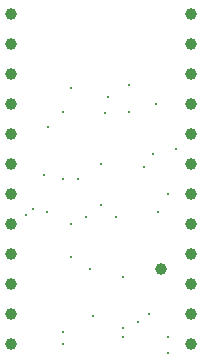
<source format=gbr>
%TF.GenerationSoftware,KiCad,Pcbnew,5.1.5+dfsg1-2~bpo10+1*%
%TF.CreationDate,Date%
%TF.ProjectId,ProMicro_LOG,50726f4d-6963-4726-9f5f-4c4f472e6b69,v1.1*%
%TF.SameCoordinates,Original*%
%TF.FileFunction,Plated,1,2,PTH,Drill*%
%TF.FilePolarity,Positive*%
%FSLAX46Y46*%
G04 Gerber Fmt 4.6, Leading zero omitted, Abs format (unit mm)*
G04 Created by KiCad*
%MOMM*%
%LPD*%
G04 APERTURE LIST*
%TA.AperFunction,ViaDrill*%
%ADD10C,0.200000*%
%TD*%
%TA.AperFunction,ViaDrill*%
%ADD11C,0.300000*%
%TD*%
%TA.AperFunction,ComponentDrill*%
%ADD12C,1.000000*%
%TD*%
G04 APERTURE END LIST*
D10*
X-13970000Y10922000D03*
X-12446000Y14351000D03*
X-12192000Y11176000D03*
X-12065000Y18415000D03*
X-10795000Y19685000D03*
X-10795000Y13970000D03*
X-10795000Y0D03*
X-10794994Y1016000D03*
X-10160000Y21717000D03*
X-10160000Y10160000D03*
X-10160000Y7366000D03*
X-9525000Y13970000D03*
X-8890000Y10795000D03*
X-8509000Y6350000D03*
X-8255000Y2413000D03*
X-7620000Y15240000D03*
X-7620000Y11811000D03*
X-7239000Y19558000D03*
X-6350000Y10795000D03*
X-5740592Y609404D03*
X-5715000Y5699990D03*
X-5715000Y1397000D03*
X-5207000Y21971000D03*
X-5207000Y19685000D03*
X-4445020Y1905020D03*
X-3937000Y14986000D03*
X-3556000Y2540000D03*
X-3175000Y16129000D03*
X-2794000Y11176000D03*
X-1905000Y12700000D03*
X-1905000Y635000D03*
X-1905000Y-762000D03*
X-1270000Y16510000D03*
D11*
X-13335000Y11430000D03*
X-6985000Y20955000D03*
X-2921000Y20320000D03*
D12*
%TO.C,A1*%
X-15240000Y27940000D03*
X-15240000Y25400000D03*
X-15240000Y22860000D03*
X-15240000Y20320000D03*
X-15240000Y17780000D03*
X-15240000Y15240000D03*
X-15240000Y12700000D03*
X-15240000Y10160000D03*
X-15240000Y7620000D03*
X-15240000Y5080000D03*
X-15240000Y2540000D03*
X-15240000Y0D03*
X0Y27940000D03*
X0Y25400000D03*
X0Y22860000D03*
X0Y20320000D03*
X0Y17780000D03*
X0Y15240000D03*
X0Y12700000D03*
X0Y10160000D03*
X0Y7620000D03*
X0Y5080000D03*
X0Y2540000D03*
X0Y0D03*
%TO.C,TP1*%
X-2540000Y6350000D03*
M02*

</source>
